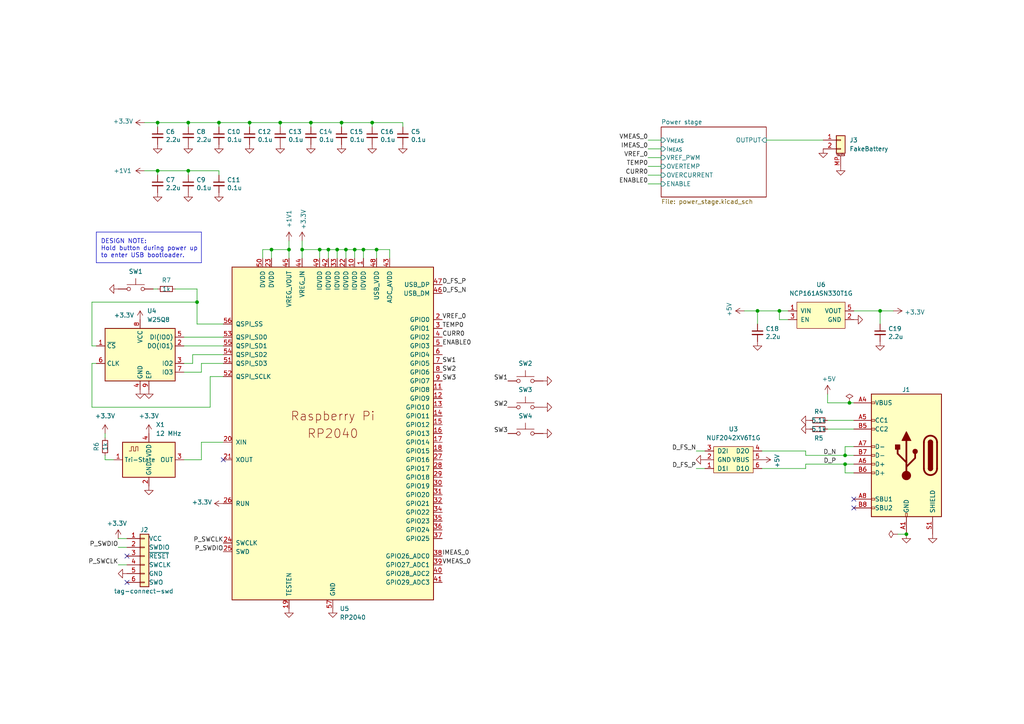
<source format=kicad_sch>
(kicad_sch (version 20230121) (generator eeschema)
  (paper "A4")
  (lib_symbols
    (symbol "Connector:USB_C_Receptacle_USB2.0" (pin_names (offset 1.016))
      (property "Reference" "J" (at -10.16 19.05 0))
      (property "Value" "USB_C_Receptacle_USB2.0" (at 19.05 19.05 0))
      (symbol "USB_C_Receptacle_USB2.0_0_0"
        (rectangle (start -0.254 -17.78) (end 0.254 -16.764))
        (rectangle (start 10.16 -14.986) (end 9.144 -15.494))
        (rectangle (start 10.16 -12.446) (end 9.144 -12.954))
        (rectangle (start 10.16 -4.826) (end 9.144 -5.334))
        (rectangle (start 10.16 -2.286) (end 9.144 -2.794))
        (rectangle (start 10.16 0.254) (end 9.144 -0.254))
        (rectangle (start 10.16 2.794) (end 9.144 2.286))
        (rectangle (start 10.16 7.874) (end 9.144 7.366))
        (rectangle (start 10.16 10.414) (end 9.144 9.906))
        (rectangle (start 10.16 15.494) (end 9.144 14.986))
      )
      (symbol "USB_C_Receptacle_USB2.0_0_1"
        (rectangle (start -10.16 17.78) (end 10.16 -17.78) (stroke (width 0.254)) (fill (type background)))
        (arc (start -8.89 -3.81) (mid -6.985 -5.7067) (end -5.08 -3.81) (stroke (width 0.508)))
        (arc (start -7.62 -3.81) (mid -6.985 -4.4423) (end -6.35 -3.81) (stroke (width 0.254)))
        (arc (start -7.62 -3.81) (mid -6.985 -4.4423) (end -6.35 -3.81) (stroke (width 0.254)) (fill (type outline)))
        (rectangle (start -7.62 -3.81) (end -6.35 3.81) (stroke (width 0.254)) (fill (type outline)))
        (arc (start -6.35 3.81) (mid -6.985 4.4423) (end -7.62 3.81) (stroke (width 0.254)))
        (arc (start -6.35 3.81) (mid -6.985 4.4423) (end -7.62 3.81) (stroke (width 0.254)) (fill (type outline)))
        (arc (start -5.08 3.81) (mid -6.985 5.7067) (end -8.89 3.81) (stroke (width 0.508)))
        (circle (center -2.54 1.143) (radius 0.635) (stroke (width 0.254)) (fill (type outline)))
        (circle (center 0 -5.842) (radius 1.27) (fill (type outline)))
        (polyline (pts (xy -8.89 -3.81) (xy -8.89 3.81)) (stroke (width 0.508)))
        (polyline (pts (xy -5.08 3.81) (xy -5.08 -3.81)) (stroke (width 0.508)))
        (polyline (pts (xy 0 -5.842) (xy 0 4.318)) (stroke (width 0.508)))
        (polyline (pts (xy 0 -3.302) (xy -2.54 -0.762) (xy -2.54 0.508)) (stroke (width 0.508)))
        (polyline (pts (xy 0 -2.032) (xy 2.54 0.508) (xy 2.54 1.778)) (stroke (width 0.508)))
        (polyline (pts (xy -1.27 4.318) (xy 0 6.858) (xy 1.27 4.318) (xy -1.27 4.318)) (stroke (width 0.254)) (fill (type outline)))
        (rectangle (start 1.905 1.778) (end 3.175 3.048) (stroke (width 0.254)) (fill (type outline)))
      )
      (symbol "USB_C_Receptacle_USB2.0_1_1"
        (pin passive line (at 0 -22.86 90) (length 5.08) (name "GND") (number "A1"))
        (pin passive line (at 0 -22.86 90) (length 5.08) hide (name "GND") (number "A12"))
        (pin passive line (at 15.24 15.24 180) (length 5.08) (name "VBUS") (number "A4"))
        (pin bidirectional line (at 15.24 10.16 180) (length 5.08) (name "CC1") (number "A5"))
        (pin bidirectional line (at 15.24 -2.54 180) (length 5.08) (name "D+") (number "A6"))
        (pin bidirectional line (at 15.24 2.54 180) (length 5.08) (name "D-") (number "A7"))
        (pin bidirectional line (at 15.24 -12.7 180) (length 5.08) (name "SBU1") (number "A8"))
        (pin passive line (at 15.24 15.24 180) (length 5.08) hide (name "VBUS") (number "A9"))
        (pin passive line (at 0 -22.86 90) (length 5.08) hide (name "GND") (number "B1"))
        (pin passive line (at 0 -22.86 90) (length 5.08) hide (name "GND") (number "B12"))
        (pin passive line (at 15.24 15.24 180) (length 5.08) hide (name "VBUS") (number "B4"))
        (pin bidirectional line (at 15.24 7.62 180) (length 5.08) (name "CC2") (number "B5"))
        (pin bidirectional line (at 15.24 -5.08 180) (length 5.08) (name "D+") (number "B6"))
        (pin bidirectional line (at 15.24 0 180) (length 5.08) (name "D-") (number "B7"))
        (pin bidirectional line (at 15.24 -15.24 180) (length 5.08) (name "SBU2") (number "B8"))
        (pin passive line (at 15.24 15.24 180) (length 5.08) hide (name "VBUS") (number "B9"))
        (pin passive line (at -7.62 -22.86 90) (length 5.08) (name "SHIELD") (number "S1"))
      )
    )
    (symbol "Connector_Generic_MountingPin:Conn_01x02_MountingPin" (pin_names (offset 1.016) hide)
      (property "Reference" "J" (at 0 2.54 0))
      (property "Value" "Conn_01x02_MountingPin" (at 1.27 -5.08 0))
      (symbol "Conn_01x02_MountingPin_1_1"
        (rectangle (start -1.27 -2.413) (end 0 -2.667) (stroke (width 0.1524)))
        (rectangle (start -1.27 0.127) (end 0 -0.127) (stroke (width 0.1524)))
        (rectangle (start -1.27 1.27) (end 1.27 -3.81) (stroke (width 0.254)) (fill (type background)))
        (polyline (pts (xy -1.016 -4.572) (xy 1.016 -4.572)) (stroke (width 0.1524)))
        (text "Mounting" (at 0 -4.191 0) (effects (font (size 0.381 0.381))))
        (pin passive line (at -5.08 0 0) (length 3.81) (name "Pin_1") (number "1"))
        (pin passive line (at -5.08 -2.54 0) (length 3.81) (name "Pin_2") (number "2"))
        (pin passive line (at 0 -7.62 90) (length 3.048) (name "MountPin") (number "MP"))
      )
    )
    (symbol "Device:C_Small" (pin_numbers hide) (pin_names (offset 0.254) hide)
      (property "Reference" "C" (at 0.254 1.778 0))
      (property "Value" "C_Small" (at 0.254 -2.032 0))
      (symbol "C_Small_0_1"
        (polyline (pts (xy -1.524 -0.508) (xy 1.524 -0.508)) (stroke (width 0.3302)))
        (polyline (pts (xy -1.524 0.508) (xy 1.524 0.508)) (stroke (width 0.3048)))
      )
      (symbol "C_Small_1_1"
        (pin passive line (at 0 2.54 270) (length 2.032) (name "~") (number "1"))
        (pin passive line (at 0 -2.54 90) (length 2.032) (name "~") (number "2"))
      )
    )
    (symbol "Device:R_Small" (pin_numbers hide) (pin_names (offset 0.254) hide)
      (property "Reference" "R" (at 0.762 0.508 0))
      (property "Value" "R_Small" (at 0.762 -1.016 0))
      (symbol "R_Small_0_1"
        (rectangle (start -0.762 1.778) (end 0.762 -1.778) (stroke (width 0.2032)))
      )
      (symbol "R_Small_1_1"
        (pin passive line (at 0 2.54 270) (length 0.762) (name "~") (number "1"))
        (pin passive line (at 0 -2.54 90) (length 0.762) (name "~") (number "2"))
      )
    )
    (symbol "Memory_Flash:W25Q32JVZP"
      (property "Reference" "U" (at -8.89 8.89 0))
      (property "Value" "W25Q32JVZP" (at 7.62 8.89 0))
      (symbol "W25Q32JVZP_0_1"
        (rectangle (start -10.16 7.62) (end 10.16 -7.62) (stroke (width 0.254)) (fill (type background)))
      )
      (symbol "W25Q32JVZP_1_1"
        (pin input line (at -12.7 2.54 0) (length 2.54) (name "~{CS}") (number "1"))
        (pin bidirectional line (at 12.7 2.54 180) (length 2.54) (name "DO(IO1)") (number "2"))
        (pin bidirectional line (at 12.7 -2.54 180) (length 2.54) (name "IO2") (number "3"))
        (pin power_in line (at 0 -10.16 90) (length 2.54) (name "GND") (number "4"))
        (pin bidirectional line (at 12.7 5.08 180) (length 2.54) (name "DI(IO0)") (number "5"))
        (pin input line (at -12.7 -2.54 0) (length 2.54) (name "CLK") (number "6"))
        (pin bidirectional line (at 12.7 -5.08 180) (length 2.54) (name "IO3") (number "7"))
        (pin power_in line (at 0 10.16 270) (length 2.54) (name "VCC") (number "8"))
        (pin passive line (at 2.54 -10.16 90) (length 2.54) (name "EP") (number "9"))
      )
    )
    (symbol "Oscillator:ASCO"
      (property "Reference" "X" (at -7.62 6.35 0))
      (property "Value" "ASCO" (at 1.27 -6.35 0))
      (symbol "ASCO_0_1"
        (rectangle (start -7.62 5.08) (end 7.62 -5.08) (stroke (width 0.254)) (fill (type background)))
        (polyline (pts (xy -5.715 2.54) (xy -5.08 2.54) (xy -5.08 3.81) (xy -4.445 3.81) (xy -4.445 2.54) (xy -3.81 2.54) (xy -3.81 3.81) (xy -3.175 3.81) (xy -3.175 2.54)))
      )
      (symbol "ASCO_1_1"
        (pin input line (at -10.16 0 0) (length 2.54) (name "Tri-State") (number "1"))
        (pin power_in line (at 0 -7.62 90) (length 2.54) (name "GND") (number "2"))
        (pin output line (at 10.16 0 180) (length 2.54) (name "OUT") (number "3"))
        (pin power_in line (at 0 7.62 270) (length 2.54) (name "VDD") (number "4"))
      )
    )
    (symbol "Switch:SW_Push" (pin_numbers hide) (pin_names (offset 1.016) hide)
      (property "Reference" "SW" (at 1.27 2.54 0))
      (property "Value" "SW_Push" (at 0 -1.524 0))
      (symbol "SW_Push_0_1"
        (circle (center -2.032 0) (radius 0.508))
        (polyline (pts (xy 0 1.27) (xy 0 3.048)))
        (polyline (pts (xy 2.54 1.27) (xy -2.54 1.27)))
        (circle (center 2.032 0) (radius 0.508))
        (pin passive line (at -5.08 0 0) (length 2.54) (name "1") (number "1"))
        (pin passive line (at 5.08 0 180) (length 2.54) (name "2") (number "2"))
      )
    )
    (symbol "connectors:tag-connect-swd" (pin_names (offset 2.54))
      (property "Reference" "J" (at 0 7.62 0))
      (property "Value" "tag-connect-swd" (at 0 -10.16 0))
      (symbol "tag-connect-swd_1_1"
        (rectangle (start -1.27 -7.493) (end 0 -7.747) (stroke (width 0.1524)))
        (rectangle (start -1.27 -4.953) (end 0 -5.207) (stroke (width 0.1524)))
        (rectangle (start -1.27 -2.413) (end 0 -2.667) (stroke (width 0.1524)))
        (rectangle (start -1.27 0.127) (end 0 -0.127) (stroke (width 0.1524)))
        (rectangle (start -1.27 2.667) (end 0 2.413) (stroke (width 0.1524)))
        (rectangle (start -1.27 5.207) (end 0 4.953) (stroke (width 0.1524)))
        (rectangle (start -1.27 6.35) (end 1.27 -8.89) (stroke (width 0.254)) (fill (type background)))
        (pin passive line (at -5.08 5.08 0) (length 3.81) (name "VCC") (number "1"))
        (pin passive line (at -5.08 2.54 0) (length 3.81) (name "SWDIO") (number "2"))
        (pin passive line (at -5.08 0 0) (length 3.81) (name "~{RESET}") (number "3"))
        (pin passive line (at -5.08 -2.54 0) (length 3.81) (name "SWCLK") (number "4"))
        (pin passive line (at -5.08 -5.08 0) (length 3.81) (name "GND") (number "5"))
        (pin passive line (at -5.08 -7.62 0) (length 3.81) (name "SWO") (number "6"))
      )
    )
    (symbol "interface_esd:NUF2042XV6T1G" (pin_names (offset 1.016))
      (property "Reference" "U" (at -3.81 5.08 0))
      (property "Value" "NUF2042XV6T1G" (at 0 -5.08 0))
      (symbol "NUF2042XV6T1G_0_1"
        (rectangle (start 6.35 -3.81) (end -5.08 3.81) (fill (type background)))
      )
      (symbol "NUF2042XV6T1G_1_1"
        (pin bidirectional line (at -7.62 2.54 0) (length 2.54) (name "D1I") (number "1"))
        (pin power_in line (at -7.62 0 0) (length 2.54) (name "GND") (number "2"))
        (pin bidirectional line (at -7.62 -2.54 0) (length 2.54) (name "D2I") (number "3"))
        (pin bidirectional line (at 8.89 -2.54 180) (length 2.54) (name "D2O") (number "4"))
        (pin power_in line (at 8.89 0 180) (length 2.54) (name "VBUS") (number "5"))
        (pin bidirectional line (at 8.89 2.54 180) (length 2.54) (name "D1O") (number "6"))
      )
    )
    (symbol "ldo:NCP161ASN300T1G" (pin_names (offset 1.016))
      (property "Reference" "U" (at 6.35 1.27 0))
      (property "Value" "NCP161ASN300T1G" (at 6.35 -8.89 0))
      (symbol "NCP161ASN300T1G_0_1"
        (rectangle (start 0 0) (end 13.97 -7.62) (fill (type background)))
      )
      (symbol "NCP161ASN300T1G_1_1"
        (pin power_in line (at 16.51 -2.54 180) (length 2.54) (name "VIN") (number "1"))
        (pin power_in line (at -2.54 -5.08 0) (length 2.54) (name "GND") (number "2"))
        (pin input line (at 16.51 -5.08 180) (length 2.54) (name "EN") (number "3"))
        (pin power_out line (at -2.54 -2.54 0) (length 2.54) (name "VOUT") (number "5"))
      )
    )
    (symbol "power:+1V1" (power) (pin_names (offset 0))
      (property "Value" "+1V1" (at 0 3.556 0))
      (symbol "+1V1_0_1"
        (polyline (pts (xy -0.762 1.27) (xy 0 2.54)))
        (polyline (pts (xy 0 0) (xy 0 2.54)))
        (polyline (pts (xy 0 2.54) (xy 0.762 1.27)))
      )
      (symbol "+1V1_1_1"
        (pin power_in line (at 0 0 90) (length 0) hide (name "+1V1") (number "1"))
      )
    )
    (symbol "power:+3.3V" (power) (pin_names (offset 0))
      (property "Value" "+3.3V" (at 0 3.556 0))
      (symbol "+3.3V_0_1"
        (polyline (pts (xy -0.762 1.27) (xy 0 2.54)))
        (polyline (pts (xy 0 0) (xy 0 2.54)))
        (polyline (pts (xy 0 2.54) (xy 0.762 1.27)))
      )
      (symbol "+3.3V_1_1"
        (pin power_in line (at 0 0 90) (length 0) hide (name "+3.3V") (number "1"))
      )
    )
    (symbol "power:+5V" (power) (pin_names (offset 0))
      (property "Value" "+5V" (at 0 3.556 0))
      (symbol "+5V_0_1"
        (polyline (pts (xy -0.762 1.27) (xy 0 2.54)))
        (polyline (pts (xy 0 0) (xy 0 2.54)))
        (polyline (pts (xy 0 2.54) (xy 0.762 1.27)))
      )
      (symbol "+5V_1_1"
        (pin power_in line (at 0 0 90) (length 0) hide (name "+5V") (number "1"))
      )
    )
    (symbol "power:GND" (power) (pin_names (offset 0))
      (property "Value" "GND" (at 0 -3.81 0))
      (symbol "GND_0_1"
        (polyline (pts (xy 0 0) (xy 0 -1.27) (xy 1.27 -1.27) (xy 0 -2.54) (xy -1.27 -1.27) (xy 0 -1.27)))
      )
      (symbol "GND_1_1"
        (pin power_in line (at 0 0 270) (length 0) hide (name "GND") (number "1"))
      )
    )
    (symbol "power:PWR_FLAG" (power) (pin_numbers hide) (pin_names (offset 0) hide)
      (property "Value" "PWR_FLAG" (at 0 3.81 0))
      (symbol "PWR_FLAG_0_0"
        (pin power_out line (at 0 0 90) (length 0) (name "pwr") (number "1"))
      )
      (symbol "PWR_FLAG_0_1"
        (polyline (pts (xy 0 0) (xy 0 1.27) (xy -1.016 1.905) (xy 0 2.54) (xy 1.016 1.905) (xy 0 1.27)))
      )
    )
    (symbol "rp2040:RP2040" (pin_names (offset 1.016))
      (property "Reference" "U" (at -29.21 49.53 0))
      (property "Value" "RP2040" (at 24.13 -49.53 0))
      (symbol "RP2040_0_0"
        (text "Raspberry Pi" (at 0 5.08 0) (effects (font (size 2.54 2.54))))
        (text "RP2040" (at 0 0 0) (effects (font (size 2.54 2.54))))
      )
      (symbol "RP2040_0_1"
        (rectangle (start 29.21 48.26) (end -29.21 -48.26) (stroke (width 0.254)) (fill (type background)))
      )
      (symbol "RP2040_1_1"
        (pin power_in line (at 8.89 50.8 270) (length 2.54) (name "IOVDD") (number "1"))
        (pin power_in line (at 6.35 50.8 270) (length 2.54) (name "IOVDD") (number "10"))
        (pin bidirectional line (at 31.75 12.7 180) (length 2.54) (name "GPIO8") (number "11"))
        (pin bidirectional line (at 31.75 10.16 180) (length 2.54) (name "GPIO9") (number "12"))
        (pin bidirectional line (at 31.75 7.62 180) (length 2.54) (name "GPIO10") (number "13"))
        (pin bidirectional line (at 31.75 5.08 180) (length 2.54) (name "GPIO11") (number "14"))
        (pin bidirectional line (at 31.75 2.54 180) (length 2.54) (name "GPIO12") (number "15"))
        (pin bidirectional line (at 31.75 0 180) (length 2.54) (name "GPIO13") (number "16"))
        (pin bidirectional line (at 31.75 -2.54 180) (length 2.54) (name "GPIO14") (number "17"))
        (pin bidirectional line (at 31.75 -5.08 180) (length 2.54) (name "GPIO15") (number "18"))
        (pin passive line (at -12.7 -50.8 90) (length 2.54) (name "TESTEN") (number "19"))
        (pin bidirectional line (at 31.75 33.02 180) (length 2.54) (name "GPIO0") (number "2"))
        (pin input line (at -31.75 -2.54 0) (length 2.54) (name "XIN") (number "20"))
        (pin passive line (at -31.75 -7.62 0) (length 2.54) (name "XOUT") (number "21"))
        (pin power_in line (at 3.81 50.8 270) (length 2.54) (name "IOVDD") (number "22"))
        (pin power_in line (at -17.78 50.8 270) (length 2.54) (name "DVDD") (number "23"))
        (pin output line (at -31.75 -31.75 0) (length 2.54) (name "SWCLK") (number "24"))
        (pin bidirectional line (at -31.75 -34.29 0) (length 2.54) (name "SWD") (number "25"))
        (pin input line (at -31.75 -20.32 0) (length 2.54) (name "RUN") (number "26"))
        (pin bidirectional line (at 31.75 -7.62 180) (length 2.54) (name "GPIO16") (number "27"))
        (pin bidirectional line (at 31.75 -10.16 180) (length 2.54) (name "GPIO17") (number "28"))
        (pin bidirectional line (at 31.75 -12.7 180) (length 2.54) (name "GPIO18") (number "29"))
        (pin bidirectional line (at 31.75 30.48 180) (length 2.54) (name "GPIO1") (number "3"))
        (pin bidirectional line (at 31.75 -15.24 180) (length 2.54) (name "GPIO19") (number "30"))
        (pin bidirectional line (at 31.75 -17.78 180) (length 2.54) (name "GPIO20") (number "31"))
        (pin bidirectional line (at 31.75 -20.32 180) (length 2.54) (name "GPIO21") (number "32"))
        (pin power_in line (at 1.27 50.8 270) (length 2.54) (name "IOVDD") (number "33"))
        (pin bidirectional line (at 31.75 -22.86 180) (length 2.54) (name "GPIO22") (number "34"))
        (pin bidirectional line (at 31.75 -25.4 180) (length 2.54) (name "GPIO23") (number "35"))
        (pin bidirectional line (at 31.75 -27.94 180) (length 2.54) (name "GPIO24") (number "36"))
        (pin bidirectional line (at 31.75 -30.48 180) (length 2.54) (name "GPIO25") (number "37"))
        (pin bidirectional line (at 31.75 -35.56 180) (length 2.54) (name "GPIO26_ADC0") (number "38"))
        (pin bidirectional line (at 31.75 -38.1 180) (length 2.54) (name "GPIO27_ADC1") (number "39"))
        (pin bidirectional line (at 31.75 27.94 180) (length 2.54) (name "GPIO2") (number "4"))
        (pin bidirectional line (at 31.75 -40.64 180) (length 2.54) (name "GPIO28_ADC2") (number "40"))
        (pin bidirectional line (at 31.75 -43.18 180) (length 2.54) (name "GPIO29_ADC3") (number "41"))
        (pin power_in line (at -1.27 50.8 270) (length 2.54) (name "IOVDD") (number "42"))
        (pin power_in line (at 16.51 50.8 270) (length 2.54) (name "ADC_AVDD") (number "43"))
        (pin power_in line (at -8.89 50.8 270) (length 2.54) (name "VREG_IN") (number "44"))
        (pin power_out line (at -12.7 50.8 270) (length 2.54) (name "VREG_VOUT") (number "45"))
        (pin bidirectional line (at 31.75 40.64 180) (length 2.54) (name "USB_DM") (number "46"))
        (pin bidirectional line (at 31.75 43.18 180) (length 2.54) (name "USB_DP") (number "47"))
        (pin power_in line (at 12.7 50.8 270) (length 2.54) (name "USB_VDD") (number "48"))
        (pin power_in line (at -3.81 50.8 270) (length 2.54) (name "IOVDD") (number "49"))
        (pin bidirectional line (at 31.75 25.4 180) (length 2.54) (name "GPIO3") (number "5"))
        (pin power_in line (at -20.32 50.8 270) (length 2.54) (name "DVDD") (number "50"))
        (pin bidirectional line (at -31.75 20.32 0) (length 2.54) (name "QSPI_SD3") (number "51"))
        (pin output line (at -31.75 16.51 0) (length 2.54) (name "QSPI_SCLK") (number "52"))
        (pin bidirectional line (at -31.75 27.94 0) (length 2.54) (name "QSPI_SD0") (number "53"))
        (pin bidirectional line (at -31.75 22.86 0) (length 2.54) (name "QSPI_SD2") (number "54"))
        (pin bidirectional line (at -31.75 25.4 0) (length 2.54) (name "QSPI_SD1") (number "55"))
        (pin bidirectional line (at -31.75 31.75 0) (length 2.54) (name "QSPI_SS") (number "56"))
        (pin power_in line (at 0 -50.8 90) (length 2.54) (name "GND") (number "57"))
        (pin bidirectional line (at 31.75 22.86 180) (length 2.54) (name "GPIO4") (number "6"))
        (pin bidirectional line (at 31.75 20.32 180) (length 2.54) (name "GPIO5") (number "7"))
        (pin bidirectional line (at 31.75 17.78 180) (length 2.54) (name "GPIO6") (number "8"))
        (pin bidirectional line (at 31.75 15.24 180) (length 2.54) (name "GPIO7") (number "9"))
      )
    )
  )
  (junction (at 57.15 87.63))
  (junction (at 95.25 72.39))
  (junction (at 226.06 90.17))
  (junction (at 105.41 72.39))
  (junction (at 63.5 35.56))
  (junction (at 78.74 72.39))
  (junction (at 90.17 35.56))
  (junction (at 107.95 35.56))
  (junction (at 100.33 72.39))
  (junction (at 219.71 90.17))
  (junction (at 99.06 35.56))
  (junction (at 245.11 134.62))
  (junction (at 54.61 49.53))
  (junction (at 97.79 72.39))
  (junction (at 246.38 116.84))
  (junction (at 45.72 35.56))
  (junction (at 92.71 72.39))
  (junction (at 109.22 72.39))
  (junction (at 45.72 49.53))
  (junction (at 87.63 72.39))
  (junction (at 54.61 35.56))
  (junction (at 262.89 154.94))
  (junction (at 81.28 35.56))
  (junction (at 83.82 72.39))
  (junction (at 72.39 35.56))
  (junction (at 255.27 90.17))
  (junction (at 102.87 72.39))
  (junction (at 245.11 132.08))
  (no_connect (at 247.65 147.32))
  (no_connect (at 36.83 161.29))
  (no_connect (at 36.83 168.91))
  (no_connect (at 247.65 144.78))
  (no_connect (at 64.77 133.35))
  (wire (pts (xy 233.68 132.08) (xy 245.11 132.08)))
  (wire (pts (xy 54.61 35.56) (xy 54.61 36.83)))
  (wire (pts (xy 50.8 83.82) (xy 57.15 83.82)))
  (wire (pts (xy 226.06 90.17) (xy 226.06 92.71)))
  (wire (pts (xy 247.65 90.17) (xy 255.27 90.17)))
  (wire (pts (xy 27.94 100.33) (xy 26.67 100.33)))
  (wire (pts (xy 34.29 163.83) (xy 36.83 163.83)))
  (polyline (pts (xy 58.42 67.31) (xy 58.42 76.2)))
  (wire (pts (xy 245.11 129.54) (xy 245.11 132.08)))
  (wire (pts (xy 187.96 50.8) (xy 191.77 50.8)))
  (wire (pts (xy 247.65 137.16) (xy 245.11 137.16)))
  (wire (pts (xy 228.6 92.71) (xy 226.06 92.71)))
  (wire (pts (xy 53.34 105.41) (xy 55.88 105.41)))
  (wire (pts (xy 226.06 90.17) (xy 228.6 90.17)))
  (wire (pts (xy 72.39 35.56) (xy 81.28 35.56)))
  (wire (pts (xy 219.71 90.17) (xy 219.71 93.98)))
  (wire (pts (xy 222.25 40.64) (xy 238.76 40.64)))
  (wire (pts (xy 245.11 132.08) (xy 247.65 132.08)))
  (wire (pts (xy 63.5 35.56) (xy 63.5 36.83)))
  (wire (pts (xy 240.03 116.84) (xy 240.03 114.3)))
  (wire (pts (xy 57.15 83.82) (xy 57.15 87.63)))
  (wire (pts (xy 255.27 90.17) (xy 255.27 93.98)))
  (wire (pts (xy 58.42 107.95) (xy 58.42 105.41)))
  (wire (pts (xy 54.61 49.53) (xy 63.5 49.53)))
  (wire (pts (xy 58.42 105.41) (xy 64.77 105.41)))
  (wire (pts (xy 26.67 87.63) (xy 57.15 87.63)))
  (wire (pts (xy 30.48 125.73) (xy 30.48 127)))
  (wire (pts (xy 107.95 35.56) (xy 107.95 36.83)))
  (wire (pts (xy 99.06 35.56) (xy 107.95 35.56)))
  (wire (pts (xy 240.03 121.92) (xy 247.65 121.92)))
  (wire (pts (xy 113.03 72.39) (xy 113.03 74.93)))
  (wire (pts (xy 78.74 72.39) (xy 78.74 74.93)))
  (wire (pts (xy 247.65 129.54) (xy 245.11 129.54)))
  (wire (pts (xy 26.67 118.11) (xy 26.67 105.41)))
  (wire (pts (xy 55.88 102.87) (xy 64.77 102.87)))
  (polyline (pts (xy 27.94 67.31) (xy 58.42 67.31)))
  (wire (pts (xy 187.96 53.34) (xy 191.77 53.34)))
  (wire (pts (xy 187.96 45.72) (xy 191.77 45.72)))
  (wire (pts (xy 92.71 72.39) (xy 95.25 72.39)))
  (wire (pts (xy 99.06 35.56) (xy 99.06 36.83)))
  (wire (pts (xy 64.77 109.22) (xy 60.96 109.22)))
  (wire (pts (xy 201.93 130.81) (xy 204.47 130.81)))
  (wire (pts (xy 53.34 100.33) (xy 64.77 100.33)))
  (wire (pts (xy 63.5 35.56) (xy 72.39 35.56)))
  (wire (pts (xy 81.28 35.56) (xy 90.17 35.56)))
  (wire (pts (xy 26.67 100.33) (xy 26.67 87.63)))
  (wire (pts (xy 109.22 72.39) (xy 109.22 74.93)))
  (wire (pts (xy 45.72 49.53) (xy 45.72 50.8)))
  (wire (pts (xy 245.11 137.16) (xy 245.11 134.62)))
  (wire (pts (xy 109.22 72.39) (xy 113.03 72.39)))
  (wire (pts (xy 255.27 90.17) (xy 259.08 90.17)))
  (wire (pts (xy 34.29 156.21) (xy 36.83 156.21)))
  (wire (pts (xy 105.41 72.39) (xy 105.41 74.93)))
  (wire (pts (xy 58.42 128.27) (xy 64.77 128.27)))
  (wire (pts (xy 247.65 116.84) (xy 246.38 116.84)))
  (wire (pts (xy 100.33 72.39) (xy 102.87 72.39)))
  (wire (pts (xy 219.71 90.17) (xy 226.06 90.17)))
  (wire (pts (xy 233.68 134.62) (xy 233.68 135.89)))
  (wire (pts (xy 215.9 90.17) (xy 219.71 90.17)))
  (wire (pts (xy 107.95 35.56) (xy 116.84 35.56)))
  (wire (pts (xy 116.84 35.56) (xy 116.84 36.83)))
  (wire (pts (xy 54.61 49.53) (xy 54.61 50.8)))
  (wire (pts (xy 72.39 35.56) (xy 72.39 36.83)))
  (wire (pts (xy 45.72 35.56) (xy 54.61 35.56)))
  (wire (pts (xy 53.34 97.79) (xy 64.77 97.79)))
  (wire (pts (xy 187.96 40.64) (xy 191.77 40.64)))
  (wire (pts (xy 102.87 72.39) (xy 105.41 72.39)))
  (wire (pts (xy 100.33 72.39) (xy 100.33 74.93)))
  (wire (pts (xy 97.79 72.39) (xy 100.33 72.39)))
  (wire (pts (xy 187.96 48.26) (xy 191.77 48.26)))
  (wire (pts (xy 201.93 135.89) (xy 204.47 135.89)))
  (polyline (pts (xy 58.42 76.2) (xy 27.94 76.2)))
  (wire (pts (xy 90.17 35.56) (xy 90.17 36.83)))
  (wire (pts (xy 97.79 72.39) (xy 97.79 74.93)))
  (wire (pts (xy 76.2 72.39) (xy 76.2 74.93)))
  (wire (pts (xy 63.5 49.53) (xy 63.5 50.8)))
  (wire (pts (xy 233.68 134.62) (xy 245.11 134.62)))
  (wire (pts (xy 233.68 130.81) (xy 233.68 132.08)))
  (wire (pts (xy 87.63 69.85) (xy 87.63 72.39)))
  (wire (pts (xy 33.02 133.35) (xy 30.48 133.35)))
  (wire (pts (xy 187.96 43.18) (xy 191.77 43.18)))
  (wire (pts (xy 92.71 72.39) (xy 92.71 74.93)))
  (wire (pts (xy 30.48 133.35) (xy 30.48 132.08)))
  (wire (pts (xy 53.34 133.35) (xy 58.42 133.35)))
  (polyline (pts (xy 27.94 76.2) (xy 27.94 67.31)))
  (wire (pts (xy 57.15 87.63) (xy 57.15 93.98)))
  (wire (pts (xy 95.25 72.39) (xy 95.25 74.93)))
  (wire (pts (xy 55.88 105.41) (xy 55.88 102.87)))
  (wire (pts (xy 60.96 118.11) (xy 26.67 118.11)))
  (wire (pts (xy 57.15 93.98) (xy 64.77 93.98)))
  (wire (pts (xy 83.82 72.39) (xy 83.82 74.93)))
  (wire (pts (xy 95.25 72.39) (xy 97.79 72.39)))
  (wire (pts (xy 87.63 72.39) (xy 87.63 74.93)))
  (wire (pts (xy 220.98 130.81) (xy 233.68 130.81)))
  (wire (pts (xy 90.17 35.56) (xy 99.06 35.56)))
  (wire (pts (xy 58.42 133.35) (xy 58.42 128.27)))
  (wire (pts (xy 83.82 69.85) (xy 83.82 72.39)))
  (wire (pts (xy 247.65 134.62) (xy 245.11 134.62)))
  (wire (pts (xy 44.45 83.82) (xy 45.72 83.82)))
  (wire (pts (xy 78.74 72.39) (xy 76.2 72.39)))
  (wire (pts (xy 41.91 49.53) (xy 45.72 49.53)))
  (wire (pts (xy 41.91 35.56) (xy 45.72 35.56)))
  (wire (pts (xy 81.28 35.56) (xy 81.28 36.83)))
  (wire (pts (xy 26.67 105.41) (xy 27.94 105.41)))
  (wire (pts (xy 260.35 154.94) (xy 262.89 154.94)))
  (wire (pts (xy 247.65 124.46) (xy 240.03 124.46)))
  (wire (pts (xy 220.98 135.89) (xy 233.68 135.89)))
  (wire (pts (xy 54.61 35.56) (xy 63.5 35.56)))
  (wire (pts (xy 53.34 107.95) (xy 58.42 107.95)))
  (wire (pts (xy 87.63 72.39) (xy 92.71 72.39)))
  (wire (pts (xy 60.96 109.22) (xy 60.96 118.11)))
  (wire (pts (xy 246.38 116.84) (xy 240.03 116.84)))
  (wire (pts (xy 34.29 158.75) (xy 36.83 158.75)))
  (wire (pts (xy 105.41 72.39) (xy 109.22 72.39)))
  (wire (pts (xy 45.72 49.53) (xy 54.61 49.53)))
  (wire (pts (xy 45.72 35.56) (xy 45.72 36.83)))
  (wire (pts (xy 102.87 72.39) (xy 102.87 74.93)))
  (wire (pts (xy 83.82 72.39) (xy 78.74 72.39)))
  (text "DESIGN NOTE:\nHold button during power up\nto enter USB bootloader." (at 29.21 74.93 0) (effects (font (size 1.27 1.27)) (justify left bottom)))
  (label "SW1" (at 128.27 105.41 0))
  (label "CURR0" (at 128.27 97.79 0))
  (label "P_SWDIO" (at 64.77 160.02 180))
  (label "SW2" (at 147.32 118.11 180))
  (label "D_FS_N" (at 201.93 130.81 180))
  (label "IMEAS_0" (at 187.96 43.18 180))
  (label "VMEAS_0" (at 128.27 163.83 0))
  (label "ENABLE0" (at 187.96 53.34 180))
  (label "SW2" (at 128.27 107.95 0))
  (label "ENABLE0" (at 128.27 100.33 0))
  (label "P_SWCLK" (at 34.29 163.83 180))
  (label "IMEAS_0" (at 128.27 161.29 0))
  (label "D_FS_N" (at 128.27 85.09 0))
  (label "SW1" (at 147.32 110.49 180))
  (label "D_N" (at 242.57 132.08 180))
  (label "CURR0" (at 187.96 50.8 180))
  (label "D_P" (at 242.57 134.62 180))
  (label "VREF_0" (at 187.96 45.72 180))
  (label "VMEAS_0" (at 187.96 40.64 180))
  (label "VREF_0" (at 128.27 92.71 0))
  (label "SW3" (at 128.27 110.49 0))
  (label "SW3" (at 147.32 125.73 180))
  (label "D_FS_P" (at 128.27 82.55 0))
  (label "P_SWCLK" (at 64.77 157.48 180))
  (label "TEMP0" (at 187.96 48.26 180))
  (label "TEMP0" (at 128.27 95.25 0))
  (label "D_FS_P" (at 201.93 135.89 180))
  (label "P_SWDIO" (at 34.29 158.75 180))
  (symbol (lib_id "power:+3.3V") (at 34.29 156.21 0) (mirror y) (unit 1)
    (property "Reference" "#PWR034" (effects hide))
    (property "Value" "+3.3V" (at 33.909 151.8158 0))
  )
  (symbol (lib_id "Device:C_Small") (at 107.95 39.37 0) (unit 1)
    (property "Reference" "C16" (at 110.2868 38.2016 0) (effects (justify left)))
    (property "Value" "0.1u" (at 110.2868 40.513 0) (effects (justify left)))
    (property "Footprint" "passive:C_0402" (effects hide))
    (property "Tolerance" "25V, X7R" (effects hide))
    (property "LCSC" "C56392" (effects hide))
  )
  (symbol (lib_id "power:+3.3V") (at 87.63 69.85 0) (unit 1)
    (property "Reference" "#PWR048" (effects hide))
    (property "Value" "+3.3V" (at 88.011 66.5988 90) (effects (justify left)))
  )
  (symbol (lib_id "Connector:USB_C_Receptacle_USB2.0") (at 262.89 132.08 0) (mirror y) (unit 1)
    (property "Reference" "J1" (at 261.62 113.03 0) (effects (justify right)))
    (property "Value" "USB_C_Receptacle_USB2.0" (effects hide))
    (property "Footprint" "connectors:USB_C_Receptacle_USB4105" (effects hide))
    (property "Datasheet" "https://www.usb.org/sites/default/files/documents/usb_type-c.zip" (effects hide))
    (property "MFPN" "C167321 (lcsc.com)" (effects hide))
    (property "LCSC" "C167321" (effects hide))
  )
  (symbol (lib_id "power:+1V1") (at 83.82 69.85 0) (unit 1)
    (property "Reference" "#PWR046" (effects hide))
    (property "Value" "+1V1" (at 83.82 63.5 90))
  )
  (symbol (lib_id "Device:R_Small") (at 237.49 121.92 270) (unit 1)
    (property "Reference" "R4" (at 237.49 119.38 90))
    (property "Value" "5.1k" (at 237.49 121.92 90))
    (property "Footprint" "passive:R_0402" (effects hide))
    (property "Tolerance" "1%" (effects hide))
    (property "LCSC" "C105872" (effects hide))
  )
  (symbol (lib_id "Switch:SW_Push") (at 152.4 110.49 0) (mirror y) (unit 1)
    (property "Reference" "SW2" (at 152.4 105.41 0))
    (property "Value" "SW_Push" (effects hide))
    (property "Footprint" "Button_Switch_SMD:SW_SPST_EVQP2" (effects hide))
    (property "LCSC" "C79148, C713481" (effects hide))
  )
  (symbol (lib_id "power:+3.3V") (at 40.64 92.71 0) (unit 1)
    (property "Reference" "#PWR040" (effects hide))
    (property "Value" "+3.3V" (at 33.02 91.44 0) (effects (justify left)))
  )
  (symbol (lib_id "Device:R_Small") (at 30.48 129.54 0) (unit 1)
    (property "Reference" "R6" (at 27.94 129.54 90))
    (property "Value" "1k" (at 30.48 129.54 90))
    (property "Footprint" "passive:R_0402" (effects hide))
    (property "Tolerance" "1%" (effects hide))
    (property "LCSC" "C106235" (effects hide))
  )
  (symbol (lib_id "Switch:SW_Push") (at 152.4 118.11 0) (mirror y) (unit 1)
    (property "Reference" "SW3" (at 152.4 113.03 0))
    (property "Value" "SW_Push" (effects hide))
    (property "Footprint" "Button_Switch_SMD:SW_SPST_EVQP2" (effects hide))
    (property "LCSC" "C79148, C713481" (effects hide))
  )
  (symbol (lib_id "Device:R_Small") (at 48.26 83.82 270) (unit 1)
    (property "Reference" "R7" (at 48.26 81.28 90))
    (property "Value" "1k" (at 48.26 83.82 90))
    (property "Footprint" "passive:R_0402" (effects hide))
    (property "Tolerance" "1%" (effects hide))
    (property "LCSC" "C106235" (effects hide))
  )
  (symbol (lib_id "power:GND") (at 157.48 110.49 90) (mirror x) (unit 1)
    (property "Reference" "#PWR064" (effects hide))
    (property "Value" "GND" (effects hide))
  )
  (symbol (lib_id "power:+5V") (at 240.03 114.3 0) (unit 1)
    (property "Reference" "#PWR016" (effects hide))
    (property "Value" "+5V" (at 240.411 109.9058 0))
  )
  (symbol (lib_id "power:GND") (at 36.83 166.37 270) (unit 1)
    (property "Reference" "#PWR036" (effects hide))
    (property "Value" "GND" (effects hide))
  )
  (symbol (lib_id "power:GND") (at 90.17 41.91 0) (unit 1)
    (property "Reference" "#PWR031" (effects hide))
    (property "Value" "GND" (effects hide))
  )
  (symbol (lib_id "power:+3.3V") (at 30.48 125.73 0) (unit 1)
    (property "Reference" "#PWR038" (effects hide))
    (property "Value" "+3.3V" (at 30.48 120.65 0))
  )
  (symbol (lib_id "power:GND") (at 255.27 99.06 0) (unit 1)
    (property "Reference" "#PWR055" (effects hide))
    (property "Value" "GND" (effects hide))
  )
  (symbol (lib_id "power:GND") (at 262.89 154.94 0) (unit 1)
    (property "Reference" "#PWR017" (effects hide))
    (property "Value" "GND" (effects hide))
  )
  (symbol (lib_id "power:GND") (at 243.84 48.26 0) (unit 1)
    (property "Reference" "#PWR061" (effects hide))
    (property "Value" "GND" (effects hide))
  )
  (symbol (lib_id "power:GND") (at 43.18 113.03 0) (unit 1)
    (property "Reference" "#PWR042" (effects hide))
    (property "Value" "GND" (effects hide))
  )
  (symbol (lib_id "Device:C_Small") (at 99.06 39.37 0) (unit 1)
    (property "Reference" "C15" (at 101.3968 38.2016 0) (effects (justify left)))
    (property "Value" "0.1u" (at 101.3968 40.513 0) (effects (justify left)))
    (property "Footprint" "passive:C_0402" (effects hide))
    (property "Tolerance" "25V, X7R" (effects hide))
    (property "LCSC" "C56392" (effects hide))
  )
  (symbol (lib_id "power:+3.3V") (at 43.18 125.73 0) (unit 1)
    (property "Reference" "#PWR043" (effects hide))
    (property "Value" "+3.3V" (at 43.18 120.65 0))
  )
  (symbol (lib_id "Oscillator:ASCO") (at 43.18 133.35 0) (unit 1)
    (property "Reference" "X1" (at 45.1994 123.19 0) (effects (justify left)))
    (property "Value" "12 MHz" (at 45.1994 125.73 0) (effects (justify left)))
    (property "Footprint" "crystals:Crystal_SMD_2520-4Pin_2.5x2.0mm" (effects hide))
    (property "MFPN" " ISM95-3251AH-12.000MHZ " (effects hide))
    (property "LCSC" "C255991, C2681259, C3034288, C2901596" (effects hide))
  )
  (symbol (lib_id "power:GND") (at 45.72 55.88 0) (unit 1)
    (property "Reference" "#PWR024" (effects hide))
    (property "Value" "GND" (effects hide))
  )
  (symbol (lib_id "power:GND") (at 54.61 41.91 0) (unit 1)
    (property "Reference" "#PWR025" (effects hide))
    (property "Value" "GND" (effects hide))
  )
  (symbol (lib_id "power:GND") (at 204.47 133.35 270) (unit 1)
    (property "Reference" "#PWR012" (effects hide))
    (property "Value" "GND" (effects hide))
  )
  (symbol (lib_id "power:PWR_FLAG") (at 246.38 116.84 0) (unit 1)
    (property "Reference" "#FLG01" (effects hide))
    (property "Value" "PWR_FLAG" (effects hide))
  )
  (symbol (lib_id "power:+5V") (at 215.9 90.17 90) (unit 1)
    (property "Reference" "#PWR052" (effects hide))
    (property "Value" "+5V" (at 211.5058 89.789 0))
  )
  (symbol (lib_id "Device:C_Small") (at 63.5 39.37 0) (unit 1)
    (property "Reference" "C10" (at 65.8368 38.2016 0) (effects (justify left)))
    (property "Value" "0.1u" (at 65.8368 40.513 0) (effects (justify left)))
    (property "Footprint" "passive:C_0402" (effects hide))
    (property "Tolerance" "25V, X7R" (effects hide))
    (property "LCSC" "C56392" (effects hide))
  )
  (symbol (lib_id "power:GND") (at 234.95 121.92 270) (unit 1)
    (property "Reference" "#PWR014" (effects hide))
    (property "Value" "GND" (effects hide))
  )
  (symbol (lib_id "power:+1V1") (at 41.91 49.53 90) (unit 1)
    (property "Reference" "#PWR021" (effects hide))
    (property "Value" "+1V1" (at 35.56 49.53 90))
  )
  (symbol (lib_id "Device:C_Small") (at 54.61 53.34 0) (unit 1)
    (property "Reference" "C9" (at 56.9468 52.1716 0) (effects (justify left)))
    (property "Value" "0.1u" (at 56.9468 54.483 0) (effects (justify left)))
    (property "Footprint" "passive:C_0402" (effects hide))
    (property "Tolerance" "25V, X7R" (effects hide))
    (property "LCSC" "C56392" (effects hide))
  )
  (symbol (lib_id "Device:C_Small") (at 72.39 39.37 0) (unit 1)
    (property "Reference" "C12" (at 74.7268 38.2016 0) (effects (justify left)))
    (property "Value" "0.1u" (at 74.7268 40.513 0) (effects (justify left)))
    (property "Footprint" "passive:C_0402" (effects hide))
    (property "Tolerance" "25V, X7R" (effects hide))
    (property "LCSC" "C56392" (effects hide))
  )
  (symbol (lib_id "Switch:SW_Push") (at 152.4 125.73 0) (mirror y) (unit 1)
    (property "Reference" "SW4" (at 152.4 120.65 0))
    (property "Value" "SW_Push" (effects hide))
    (property "Footprint" "Button_Switch_SMD:SW_SPST_EVQP2" (effects hide))
    (property "LCSC" "C79148, C713481" (effects hide))
  )
  (symbol (lib_id "power:GND") (at 63.5 41.91 0) (unit 1)
    (property "Reference" "#PWR027" (effects hide))
    (property "Value" "GND" (effects hide))
  )
  (symbol (lib_id "power:GND") (at 157.48 125.73 90) (mirror x) (unit 1)
    (property "Reference" "#PWR066" (effects hide))
    (property "Value" "GND" (effects hide))
  )
  (symbol (lib_id "Device:C_Small") (at 45.72 53.34 0) (unit 1)
    (property "Reference" "C7" (at 48.0568 52.1716 0) (effects (justify left)))
    (property "Value" "2.2u" (at 48.0568 54.483 0) (effects (justify left)))
    (property "Footprint" "passive:C_0402" (effects hide))
    (property "Tolerance" "10V, X5R" (effects hide))
    (property "LCSC" "C77002" (effects hide))
  )
  (symbol (lib_id "power:GND") (at 219.71 99.06 0) (unit 1)
    (property "Reference" "#PWR054" (effects hide))
    (property "Value" "GND" (effects hide))
  )
  (symbol (lib_id "power:GND") (at 34.29 83.82 270) (unit 1)
    (property "Reference" "#PWR039" (effects hide))
    (property "Value" "GND" (effects hide))
  )
  (symbol (lib_id "interface_esd:NUF2042XV6T1G") (at 212.09 133.35 0) (mirror x) (unit 1)
    (property "Reference" "U3" (at 212.725 124.46 0))
    (property "Value" "NUF2042XV6T1G" (at 212.725 127 0))
    (property "Footprint" "sot:SOT-563" (effects hide))
    (property "Datasheet" "http://www.onsemi.com/pub/Collateral/NUF2030XV6-D.PDF" (effects hide))
    (property "LCSC" "C90707" (effects hide))
  )
  (symbol (lib_id "Connector_Generic_MountingPin:Conn_01x02_MountingPin") (at 243.84 40.64 0) (unit 1)
    (property "Reference" "J3" (at 246.38 40.64 0) (effects (justify left)))
    (property "Value" "FakeBattery" (at 246.38 43.18 0) (effects (justify left)))
    (property "Footprint" "Connector_JST:JST_PH_S2B-PH-SM4-TB_1x02-1MP_P2.00mm_Horizontal" (effects hide))
  )
  (symbol (lib_id "power:GND") (at 238.76 43.18 0) (unit 1)
    (property "Reference" "#PWR060" (effects hide))
    (property "Value" "GND" (effects hide))
  )
  (symbol (lib_id "power:+3.3V") (at 41.91 35.56 90) (unit 1)
    (property "Reference" "#PWR020" (effects hide))
    (property "Value" "+3.3V" (at 38.6588 35.179 90) (effects (justify left)))
  )
  (symbol (lib_id "power:PWR_FLAG") (at 260.35 154.94 90) (unit 1)
    (property "Reference" "#FLG02" (effects hide))
    (property "Value" "PWR_FLAG" (effects hide))
  )
  (symbol (lib_id "Device:C_Small") (at 81.28 39.37 0) (unit 1)
    (property "Reference" "C13" (at 83.6168 38.2016 0) (effects (justify left)))
    (property "Value" "0.1u" (at 83.6168 40.513 0) (effects (justify left)))
    (property "Footprint" "passive:C_0402" (effects hide))
    (property "Tolerance" "25V, X7R" (effects hide))
    (property "LCSC" "C56392" (effects hide))
  )
  (symbol (lib_id "rp2040:RP2040") (at 96.52 125.73 0) (unit 1)
    (property "Reference" "U5" (at 98.5394 176.53 0) (effects (justify left)))
    (property "Value" "RP2040" (at 98.5394 179.07 0) (effects (justify left)))
    (property "Footprint" "qfn:RP2040-QFN-56" (effects hide))
    (property "Datasheet" "https://datasheets.raspberrypi.com/rp2040/rp2040-datasheet.pdf" (effects hide))
    (property "LCSC" "C2040" (effects hide))
  )
  (symbol (lib_id "power:GND") (at 107.95 41.91 0) (unit 1)
    (property "Reference" "#PWR033" (effects hide))
    (property "Value" "GND" (effects hide))
  )
  (symbol (lib_id "Device:R_Small") (at 237.49 124.46 270) (unit 1)
    (property "Reference" "R5" (at 237.49 127.1016 90))
    (property "Value" "5.1k" (at 237.49 124.46 90))
    (property "Footprint" "passive:R_0402" (effects hide))
    (property "Tolerance" "1%" (effects hide))
    (property "LCSC" "C105872" (effects hide))
  )
  (symbol (lib_id "Device:C_Small") (at 255.27 96.52 0) (unit 1)
    (property "Reference" "C19" (at 257.6068 95.3516 0) (effects (justify left)))
    (property "Value" "2.2u" (at 257.6068 97.663 0) (effects (justify left)))
    (property "Footprint" "passive:C_0402" (effects hide))
    (property "Tolerance" "10V, X5R" (effects hide))
    (property "LCSC" "C77002" (effects hide))
  )
  (symbol (lib_id "power:GND") (at 63.5 55.88 0) (unit 1)
    (property "Reference" "#PWR028" (effects hide))
    (property "Value" "GND" (effects hide))
  )
  (symbol (lib_id "power:GND") (at 96.52 176.53 0) (unit 1)
    (property "Reference" "#PWR049" (effects hide))
    (property "Value" "GND" (effects hide))
  )
  (symbol (lib_id "connectors:tag-connect-swd") (at 41.91 161.29 0) (unit 1) (in_bom no)
    (property "Reference" "J2" (at 40.64 153.67 0) (effects (justify left)))
    (property "Value" "tag-connect-swd" (at 33.02 171.45 0) (effects (justify left)))
    (property "Footprint" "Connector:Tag-Connect_TC2030-IDC-NL_2x03_P1.27mm_Vertical" (effects hide))
  )
  (symbol (lib_id "Switch:SW_Push") (at 39.37 83.82 0) (unit 1)
    (property "Reference" "SW1" (at 39.37 78.74 0))
    (property "Value" "SW_Push" (effects hide))
    (property "Footprint" "Button_Switch_SMD:SW_SPST_EVQP2" (effects hide))
    (property "LCSC" "C79148, C713481" (effects hide))
  )
  (symbol (lib_id "power:GND") (at 54.61 55.88 0) (unit 1)
    (property "Reference" "#PWR026" (effects hide))
    (property "Value" "GND" (effects hide))
  )
  (symbol (lib_id "ldo:NCP161ASN300T1G") (at 245.11 87.63 0) (mirror y) (unit 1)
    (property "Reference" "U6" (at 238.125 82.55 0))
    (property "Value" "NCP161ASN330T1G" (at 238.125 85.09 0))
    (property "Footprint" "sot:SOT-23-5" (effects hide))
    (property "Datasheet" "https://www.onsemi.com/pub/Collateral/NCP161-D.PDF" (effects hide))
    (property "Manufacturer" "ON Semiconductor" (effects hide))
    (property "MFPN" "NCP161ASN300T1G" (effects hide))
  )
  (symbol (lib_id "Device:C_Small") (at 116.84 39.37 0) (unit 1)
    (property "Reference" "C5" (at 119.1768 38.2016 0) (effects (justify left)))
    (property "Value" "0.1u" (at 119.1768 40.513 0) (effects (justify left)))
    (property "Footprint" "passive:C_0402" (effects hide))
    (property "Tolerance" "25V, X7R" (effects hide))
    (property "LCSC" "C56392" (effects hide))
  )
  (symbol (lib_id "power:GND") (at 234.95 124.46 270) (unit 1)
    (property "Reference" "#PWR015" (effects hide))
    (property "Value" "GND" (effects hide))
  )
  (symbol (lib_id "power:GND") (at 116.84 41.91 0) (unit 1)
    (property "Reference" "#PWR022" (effects hide))
    (property "Value" "GND" (effects hide))
  )
  (symbol (lib_id "power:GND") (at 40.64 113.03 0) (unit 1)
    (property "Reference" "#PWR041" (effects hide))
    (property "Value" "GND" (effects hide))
  )
  (symbol (lib_id "Device:C_Small") (at 63.5 53.34 0) (unit 1)
    (property "Reference" "C11" (at 65.8368 52.1716 0) (effects (justify left)))
    (property "Value" "0.1u" (at 65.8368 54.483 0) (effects (justify left)))
    (property "Footprint" "passive:C_0402" (effects hide))
    (property "Tolerance" "25V, X7R" (effects hide))
    (property "LCSC" "C56392" (effects hide))
  )
  (symbol (lib_id "Device:C_Small") (at 45.72 39.37 0) (unit 1)
    (property "Reference" "C6" (at 48.0568 38.2016 0) (effects (justify left)))
    (property "Value" "2.2u" (at 48.0568 40.513 0) (effects (justify left)))
    (property "Footprint" "passive:C_0402" (effects hide))
    (property "Tolerance" "10V, X5R" (effects hide))
    (property "LCSC" "C77002" (effects hide))
  )
  (symbol (lib_id "power:GND") (at 43.18 140.97 0) (unit 1)
    (property "Reference" "#PWR044" (effects hide))
    (property "Value" "GND" (effects hide))
  )
  (symbol (lib_id "power:+5V") (at 220.98 133.35 270) (unit 1)
    (property "Reference" "#PWR013" (effects hide))
    (property "Value" "+5V" (at 225.3742 133.731 0))
  )
  (symbol (lib_id "Memory_Flash:W25Q32JVZP") (at 40.64 102.87 0) (unit 1)
    (property "Reference" "U4" (at 42.6594 90.17 0) (effects (justify left)))
    (property "Value" "W25Q8" (at 42.6594 92.71 0) (effects (justify left)))
    (property "Footprint" "son:USON-8-3x2mm-EP" (effects hide))
    (property "MFPN" "W25Q80DVUXIE" (effects hide))
    (property "LCSC" "C2063555, C2759920, C2983691, C559220, C394861" (effects hide))
  )
  (symbol (lib_id "Device:C_Small") (at 219.71 96.52 0) (unit 1)
    (property "Reference" "C18" (at 222.0468 95.3516 0) (effects (justify left)))
    (property "Value" "2.2u" (at 222.0468 97.663 0) (effects (justify left)))
    (property "Footprint" "passive:C_0402" (effects hide))
    (property "Tolerance" "10V, X5R" (effects hide))
    (property "LCSC" "C77002" (effects hide))
  )
  (symbol (lib_id "Device:C_Small") (at 54.61 39.37 0) (unit 1)
    (property "Reference" "C8" (at 56.9468 38.2016 0) (effects (justify left)))
    (property "Value" "2.2u" (at 56.9468 40.513 0) (effects (justify left)))
    (property "Footprint" "passive:C_0402" (effects hide))
    (property "Tolerance" "10V, X5R" (effects hide))
    (property "LCSC" "C77002" (effects hide))
  )
  (symbol (lib_id "power:GND") (at 45.72 41.91 0) (unit 1)
    (property "Reference" "#PWR023" (effects hide))
    (property "Value" "GND" (effects hide))
  )
  (symbol (lib_id "power:GND") (at 81.28 41.91 0) (unit 1)
    (property "Reference" "#PWR030" (effects hide))
    (property "Value" "GND" (effects hide))
  )
  (symbol (lib_id "power:+3.3V") (at 64.77 146.05 90) (unit 1)
    (property "Reference" "#PWR045" (effects hide))
    (property "Value" "+3.3V" (at 61.5188 145.669 90) (effects (justify left)))
  )
  (symbol (lib_id "power:GND") (at 99.06 41.91 0) (unit 1)
    (property "Reference" "#PWR032" (effects hide))
    (property "Value" "GND" (effects hide))
  )
  (symbol (lib_id "power:GND") (at 72.39 41.91 0) (unit 1)
    (property "Reference" "#PWR029" (effects hide))
    (property "Value" "GND" (effects hide))
  )
  (symbol (lib_id "power:GND") (at 270.51 154.94 0) (unit 1)
    (property "Reference" "#PWR018" (effects hide))
    (property "Value" "GND" (effects hide))
  )
  (symbol (lib_id "power:GND") (at 83.82 176.53 0) (unit 1)
    (property "Reference" "#PWR047" (effects hide))
    (property "Value" "GND" (effects hide))
  )
  (symbol (lib_id "power:GND") (at 247.65 92.71 90) (unit 1)
    (property "Reference" "#PWR053" (effects hide))
    (property "Value" "GND" (effects hide))
  )
  (symbol (lib_id "power:+3.3V") (at 259.08 90.17 270) (unit 1)
    (property "Reference" "#PWR051" (effects hide))
    (property "Value" "+3.3V" (at 262.3312 90.551 90) (effects (justify left)))
  )
  (symbol (lib_id "Device:C_Small") (at 90.17 39.37 0) (unit 1)
    (property "Reference" "C14" (at 92.5068 38.2016 0) (effects (justify left)))
    (property "Value" "0.1u" (at 92.5068 40.513 0) (effects (justify left)))
    (property "Footprint" "passive:C_0402" (effects hide))
    (property "Tolerance" "25V, X7R" (effects hide))
    (property "LCSC" "C56392" (effects hide))
  )
  (symbol (lib_id "power:GND") (at 157.48 118.11 90) (mirror x) (unit 1)
    (property "Reference" "#PWR065" (effects hide))
    (property "Value" "GND" (effects hide))
  )
  (sheet (at 191.77 36.83) (size 30.48 20.32) (stroke (width 0.1524))
    (property "Sheetname" "Power stage" (at 191.77 36.1184 0) (effects (justify left bottom)))
    (property "Sheetfile" "power_stage.kicad_sch" (at 191.77 57.7346 0) (effects (justify left top)))
    (pin "ENABLE" input (at 191.77 53.34 180))
    (pin "OVERCURRENT" input (at 191.77 50.8 180))
    (pin "OVERTEMP" input (at 191.77 48.26 180))
    (pin "I_{MEAS}" input (at 191.77 43.18 180))
    (pin "OUTPUT" input (at 222.25 40.64 0))
    (pin "VREF_PWM" input (at 191.77 45.72 180))
    (pin "V_{MEAS}" input (at 191.77 40.64 180))
  )
)
</source>
